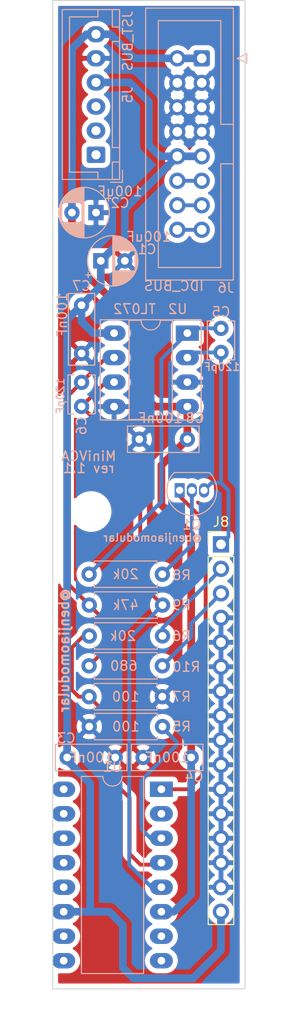
<source format=kicad_pcb>
(kicad_pcb (version 20171130) (host pcbnew 5.1.9+dfsg1-1~bpo10+1)
  (layers (0 F.Cu signal) (31 B.Cu signal) (34 B.Paste user) (35 F.Paste user) (36 B.SilkS user) (37 F.SilkS user) (38 B.Mask user) (39 F.Mask user) (44 Edge.Cuts user))
  (net 0 "")
  (net 1 -12V)
  (net 2 "Net-(C5-Pad1)")
  (net 3 "Net-(C6-Pad2)")
  (net 4 "Net-(J6-Pad11)")
  (net 5 "Net-(J6-Pad13)")
  (net 6 "Net-(J6-Pad15)")
  (net 7 "Net-(Q1-Pad2)")
  (net 8 "Net-(Q1-Pad1)")
  (net 9 "Net-(R5-Pad2)")
  (net 10 GND2)
  (net 11 B2_1)
  (net 12 B2_3)
  (net 13 B2_2)
  (net 14 B2_12V)
  (net 15 "Net-(C6-Pad1)")
  (net 16 "Net-(R6-Pad1)")
  (module Resistor_THT:R_Axial_DIN0207_L6.3mm_D2.5mm_P7.62mm_Horizontal (layer B.Cu) (at 105.4 122 180)
    (fp_text reference R10 (at -2.5 -0.1) (layer B.SilkS) (effects (justify mirror)))
    (fp_text value 680 (at 4 0) (layer B.SilkS) (effects (justify mirror)))
    (pad 2 thru_hole oval (at 7.62 0 180) (size 1.6 1.6) (drill 0.8) (layers *.Cu *.Mask) (net 15 "Net-(C6-Pad1)"))
    (pad 1 thru_hole circle (at 0 0 180) (size 1.6 1.6) (drill 0.8) (layers *.Cu *.Mask) (net 12 B2_3))
  )
  (module Resistor_THT:R_Axial_DIN0207_L6.3mm_D2.5mm_P7.62mm_Horizontal (layer B.Cu) (at 97.8 128.3)
    (fp_text reference R5 (at 9.6 0) (layer B.SilkS) (effects (justify mirror)))
    (fp_text value 100 (at 3.81 0) (layer B.SilkS) (effects (justify mirror)))
    (pad 2 thru_hole oval (at 7.62 0) (size 1.6 1.6) (drill 0.8) (layers *.Cu *.Mask) (net 9 "Net-(R5-Pad2)"))
    (pad 1 thru_hole circle (at 0 0) (size 1.6 1.6) (drill 0.8) (layers *.Cu *.Mask) (net 10 GND2))
  )
  (module Capacitor_THT:C_Disc_D3.8mm_W2.6mm_P2.50mm (layer B.Cu) (at 97 92.6 270)
    (fp_text reference C6 (at 4.5 0 90) (layer B.SilkS) (effects (justify mirror)))
    (fp_text value 120pF (at 1.4 2.2 90) (layer B.SilkS) (effects (font (size 0.8 0.8) (thickness 0.13)) (justify mirror)))
    (pad 1 thru_hole circle (at 0 0 270) (size 1.6 1.6) (drill 0.8) (layers *.Cu *.Mask) (net 15 "Net-(C6-Pad1)"))
    (pad 2 thru_hole circle (at 2.5 0 270) (size 1.6 1.6) (drill 0.8) (layers *.Cu *.Mask) (net 3 "Net-(C6-Pad2)"))
  )
  (module Package_DIP:DIP-8_W7.62mm_Socket_LongPads (layer B.Cu) (at 108 87.5 180)
    (fp_text reference U2 (at 1 2.5 180) (layer B.SilkS) (effects (justify mirror)))
    (fp_text value TL072 (at 5.5 2.5) (layer B.SilkS) (effects (justify mirror)))
    (pad 1 thru_hole rect (at 0 0 180) (size 2.4 1.6) (drill 0.8) (layers *.Cu *.Mask) (net 2 "Net-(C5-Pad1)"))
    (pad 5 thru_hole oval (at 7.62 -7.62 180) (size 2.4 1.6) (drill 0.8) (layers *.Cu *.Mask) (net 10 GND2))
    (pad 2 thru_hole oval (at 0 -2.54 180) (size 2.4 1.6) (drill 0.8) (layers *.Cu *.Mask) (net 11 B2_1))
    (pad 6 thru_hole oval (at 7.62 -5.08 180) (size 2.4 1.6) (drill 0.8) (layers *.Cu *.Mask) (net 3 "Net-(C6-Pad2)"))
    (pad 3 thru_hole oval (at 0 -5.08 180) (size 2.4 1.6) (drill 0.8) (layers *.Cu *.Mask) (net 10 GND2))
    (pad 7 thru_hole oval (at 7.62 -2.54 180) (size 2.4 1.6) (drill 0.8) (layers *.Cu *.Mask) (net 15 "Net-(C6-Pad1)"))
    (pad 4 thru_hole oval (at 0 -7.62 180) (size 2.4 1.6) (drill 0.8) (layers *.Cu *.Mask) (net 1 -12V))
    (pad 8 thru_hole oval (at 7.62 0 180) (size 2.4 1.6) (drill 0.8) (layers *.Cu *.Mask) (net 14 B2_12V))
  )
  (module MountingHole:MountingHole_3.2mm_M3 (layer F.Cu) (at 98 106)
    (fp_text reference REF** hide)
    (fp_text value MountingHole_3.2mm_M3)
    (pad 1 np_thru_hole circle (at 0 0) (size 3.2 3.2) (drill 3.2) (layers *.Cu *.Mask))
  )
  (module Capacitor_THT:CP_Radial_D5.0mm_P2.50mm (layer B.Cu) (at 99 80)
    (fp_text reference C1 (at 4.8 -1.2) (layer B.SilkS) (effects (justify mirror)))
    (fp_text value 100uF (at 5 -2.5) (layer B.SilkS) (effects (justify mirror)))
    (pad 2 thru_hole circle (at 2.5 0) (size 1.6 1.6) (drill 0.8) (layers *.Cu *.Mask) (net 10 GND2))
    (pad 1 thru_hole rect (at 0 0) (size 1.6 1.6) (drill 0.8) (layers *.Cu *.Mask) (net 14 B2_12V))
  )
  (module Capacitor_THT:CP_Radial_D5.0mm_P2.50mm (layer B.Cu) (at 98.5 75 180)
    (fp_text reference C2 (at -2.5 1) (layer B.SilkS) (effects (justify mirror)))
    (fp_text value 100uF (at -2.5 2.2) (layer B.SilkS) (effects (justify mirror)))
    (pad 1 thru_hole rect (at 0 0 180) (size 1.6 1.6) (drill 0.8) (layers *.Cu *.Mask) (net 10 GND2))
    (pad 2 thru_hole circle (at 2.5 0 180) (size 1.6 1.6) (drill 0.8) (layers *.Cu *.Mask) (net 1 -12V))
  )
  (module Capacitor_THT:C_Rect_L7.2mm_W2.5mm_P5.00mm_FKS2_FKP2_MKS2_MKP2 (layer B.Cu) (at 100.5 131.5 180)
    (fp_text reference C3 (at 5.1 2) (layer B.SilkS) (effects (justify mirror)))
    (fp_text value 100nF (at 2.5 0) (layer B.SilkS) (effects (justify mirror)))
    (pad 1 thru_hole circle (at 0 0 180) (size 1.6 1.6) (drill 0.8) (layers *.Cu *.Mask) (net 10 GND2))
    (pad 2 thru_hole circle (at 5 0 180) (size 1.6 1.6) (drill 0.8) (layers *.Cu *.Mask) (net 14 B2_12V))
  )
  (module Capacitor_THT:C_Rect_L7.2mm_W2.5mm_P5.00mm_FKS2_FKP2_MKS2_MKP2 (layer B.Cu) (at 103.4 131.5)
    (fp_text reference C4 (at 5.3 2) (layer B.SilkS) (effects (justify mirror)))
    (fp_text value 100nF (at 2.5 0) (layer B.SilkS) (effects (justify mirror)))
    (pad 2 thru_hole circle (at 5 0) (size 1.6 1.6) (drill 0.8) (layers *.Cu *.Mask) (net 1 -12V))
    (pad 1 thru_hole circle (at 0 0) (size 1.6 1.6) (drill 0.8) (layers *.Cu *.Mask) (net 10 GND2))
  )
  (module Capacitor_THT:C_Disc_D3.8mm_W2.6mm_P2.50mm (layer B.Cu) (at 111.5 87 270)
    (fp_text reference C5 (at -1.7 0 180) (layer B.SilkS) (effects (justify mirror)))
    (fp_text value 120pF (at 4 -0.1) (layer B.SilkS) (effects (font (size 0.8 0.8)) (justify mirror)))
    (pad 2 thru_hole circle (at 2.5 0 270) (size 1.6 1.6) (drill 0.8) (layers *.Cu *.Mask) (net 11 B2_1))
    (pad 1 thru_hole circle (at 0 0 270) (size 1.6 1.6) (drill 0.8) (layers *.Cu *.Mask) (net 2 "Net-(C5-Pad1)"))
  )
  (module Capacitor_THT:C_Rect_L7.2mm_W2.5mm_P5.00mm_FKS2_FKP2_MKS2_MKP2 (layer B.Cu) (at 97 89.6 90)
    (fp_text reference C7 (at 7 0 180) (layer B.SilkS) (effects (justify mirror)))
    (fp_text value 100nF (at 4 -2 270) (layer B.SilkS) (effects (justify mirror)))
    (pad 2 thru_hole circle (at 5 0 90) (size 1.6 1.6) (drill 0.8) (layers *.Cu *.Mask) (net 14 B2_12V))
    (pad 1 thru_hole circle (at 0 0 90) (size 1.6 1.6) (drill 0.8) (layers *.Cu *.Mask) (net 10 GND2))
  )
  (module Capacitor_THT:C_Rect_L7.2mm_W2.5mm_P5.00mm_FKS2_FKP2_MKS2_MKP2 (layer B.Cu) (at 103 98.5)
    (fp_text reference C8 (at 5.8 -2.2) (layer B.SilkS) (effects (justify mirror)))
    (fp_text value 100nF (at 2.2 -2.2) (layer B.SilkS) (effects (justify mirror)))
    (pad 1 thru_hole circle (at 0 0) (size 1.6 1.6) (drill 0.8) (layers *.Cu *.Mask) (net 10 GND2))
    (pad 2 thru_hole circle (at 5 0) (size 1.6 1.6) (drill 0.8) (layers *.Cu *.Mask) (net 1 -12V))
  )
  (module Connector_JST:JST_XH_B6B-XH-A_1x06_P2.50mm_Vertical (layer B.Cu) (at 98.5 69 90)
    (fp_text reference J5 (at 6.2 3.3 90) (layer B.SilkS) (effects (justify mirror)))
    (fp_text value JST_BUS (at 11.8 3.3 90) (layer B.SilkS) (effects (justify mirror)))
    (pad 1 thru_hole roundrect (at 0 0 90) (size 1.7 1.95) (drill 0.95) (layers *.Cu *.Mask) (roundrect_rratio 0.1470588235294118))
    (pad 2 thru_hole oval (at 2.5 0 90) (size 1.7 1.95) (drill 0.95) (layers *.Cu *.Mask))
    (pad 3 thru_hole oval (at 5 0 90) (size 1.7 1.95) (drill 0.95) (layers *.Cu *.Mask))
    (pad 4 thru_hole oval (at 7.5 0 90) (size 1.7 1.95) (drill 0.95) (layers *.Cu *.Mask) (net 14 B2_12V))
    (pad 5 thru_hole oval (at 10 0 90) (size 1.7 1.95) (drill 0.95) (layers *.Cu *.Mask) (net 10 GND2))
    (pad 6 thru_hole oval (at 12.5 0 90) (size 1.7 1.95) (drill 0.95) (layers *.Cu *.Mask) (net 1 -12V))
  )
  (module Connector_IDC:IDC-Header_2x08_P2.54mm_Vertical (layer B.Cu) (at 109.5 59 180)
    (fp_text reference J6 (at -2.5 -23.8) (layer B.SilkS) (effects (justify mirror)))
    (fp_text value IDC_BUS (at 2.9 -23.6) (layer B.SilkS) (effects (justify mirror)))
    (pad 1 thru_hole roundrect (at 0 0 180) (size 1.7 1.7) (drill 1) (layers *.Cu *.Mask) (roundrect_rratio 0.1470588235294118) (net 1 -12V))
    (pad 3 thru_hole circle (at 0 -2.54 180) (size 1.7 1.7) (drill 1) (layers *.Cu *.Mask) (net 10 GND2))
    (pad 5 thru_hole circle (at 0 -5.08 180) (size 1.7 1.7) (drill 1) (layers *.Cu *.Mask) (net 10 GND2))
    (pad 7 thru_hole circle (at 0 -7.62 180) (size 1.7 1.7) (drill 1) (layers *.Cu *.Mask) (net 10 GND2))
    (pad 9 thru_hole circle (at 0 -10.16 180) (size 1.7 1.7) (drill 1) (layers *.Cu *.Mask) (net 14 B2_12V))
    (pad 11 thru_hole circle (at 0 -12.7 180) (size 1.7 1.7) (drill 1) (layers *.Cu *.Mask) (net 4 "Net-(J6-Pad11)"))
    (pad 13 thru_hole circle (at 0 -15.24 180) (size 1.7 1.7) (drill 1) (layers *.Cu *.Mask) (net 5 "Net-(J6-Pad13)"))
    (pad 15 thru_hole circle (at 0 -17.78 180) (size 1.7 1.7) (drill 1) (layers *.Cu *.Mask) (net 6 "Net-(J6-Pad15)"))
    (pad 2 thru_hole circle (at 2.54 0 180) (size 1.7 1.7) (drill 1) (layers *.Cu *.Mask) (net 1 -12V))
    (pad 4 thru_hole circle (at 2.54 -2.54 180) (size 1.7 1.7) (drill 1) (layers *.Cu *.Mask) (net 10 GND2))
    (pad 6 thru_hole circle (at 2.54 -5.08 180) (size 1.7 1.7) (drill 1) (layers *.Cu *.Mask) (net 10 GND2))
    (pad 8 thru_hole circle (at 2.54 -7.62 180) (size 1.7 1.7) (drill 1) (layers *.Cu *.Mask) (net 10 GND2))
    (pad 10 thru_hole circle (at 2.54 -10.16 180) (size 1.7 1.7) (drill 1) (layers *.Cu *.Mask) (net 14 B2_12V))
    (pad 12 thru_hole circle (at 2.54 -12.7 180) (size 1.7 1.7) (drill 1) (layers *.Cu *.Mask) (net 4 "Net-(J6-Pad11)"))
    (pad 14 thru_hole circle (at 2.54 -15.24 180) (size 1.7 1.7) (drill 1) (layers *.Cu *.Mask) (net 5 "Net-(J6-Pad13)"))
    (pad 16 thru_hole circle (at 2.54 -17.78 180) (size 1.7 1.7) (drill 1) (layers *.Cu *.Mask) (net 6 "Net-(J6-Pad15)"))
  )
  (module Resistor_THT:R_Axial_DIN0207_L6.3mm_D2.5mm_P7.62mm_Horizontal (layer B.Cu) (at 97.8 118.9)
    (fp_text reference R6 (at 9.6 0) (layer B.SilkS) (effects (justify mirror)))
    (fp_text value 20k (at 3.5 0) (layer B.SilkS) (effects (justify mirror)))
    (pad 2 thru_hole oval (at 7.62 0) (size 1.6 1.6) (drill 0.8) (layers *.Cu *.Mask) (net 13 B2_2))
    (pad 1 thru_hole circle (at 0 0) (size 1.6 1.6) (drill 0.8) (layers *.Cu *.Mask) (net 16 "Net-(R6-Pad1)"))
  )
  (module Resistor_THT:R_Axial_DIN0207_L6.3mm_D2.5mm_P7.62mm_Horizontal (layer B.Cu) (at 105.4 125.2 180)
    (fp_text reference R7 (at -2 0) (layer B.SilkS) (effects (justify mirror)))
    (fp_text value 100 (at 3.81 0) (layer B.SilkS) (effects (justify mirror)))
    (pad 2 thru_hole oval (at 7.62 0 180) (size 1.6 1.6) (drill 0.8) (layers *.Cu *.Mask) (net 16 "Net-(R6-Pad1)"))
    (pad 1 thru_hole circle (at 0 0 180) (size 1.6 1.6) (drill 0.8) (layers *.Cu *.Mask) (net 10 GND2))
  )
  (module Resistor_THT:R_Axial_DIN0207_L6.3mm_D2.5mm_P7.62mm_Horizontal (layer B.Cu) (at 105.4 112.5 180)
    (fp_text reference R8 (at -2 -0.1) (layer B.SilkS) (effects (justify mirror)))
    (fp_text value 20k (at 3.81 0) (layer B.SilkS) (effects (justify mirror)))
    (pad 1 thru_hole circle (at 0 0 180) (size 1.6 1.6) (drill 0.8) (layers *.Cu *.Mask) (net 7 "Net-(Q1-Pad2)"))
    (pad 2 thru_hole oval (at 7.62 0 180) (size 1.6 1.6) (drill 0.8) (layers *.Cu *.Mask) (net 2 "Net-(C5-Pad1)"))
  )
  (module Resistor_THT:R_Axial_DIN0207_L6.3mm_D2.5mm_P7.62mm_Horizontal (layer B.Cu) (at 97.8 115.7)
    (fp_text reference R9 (at 9.6 0 180) (layer B.SilkS) (effects (justify mirror)))
    (fp_text value 47k (at 3.8 0) (layer B.SilkS) (effects (justify mirror)))
    (pad 1 thru_hole circle (at 0 0) (size 1.6 1.6) (drill 0.8) (layers *.Cu *.Mask) (net 15 "Net-(C6-Pad1)"))
    (pad 2 thru_hole oval (at 7.62 0) (size 1.6 1.6) (drill 0.8) (layers *.Cu *.Mask) (net 3 "Net-(C6-Pad2)"))
  )
  (module Connector_PinHeader_2.54mm:PinHeader_1x16_P2.54mm_Vertical (layer F.Cu) (at 111.5 109.4)
    (fp_text reference J8 (at 0 -2.33) (layer F.SilkS))
    (fp_text value BOARD2_HEADERS)
    (pad 1 thru_hole rect (at 0 0) (size 1.7 1.7) (drill 1) (layers *.Cu *.Mask) (net 11 B2_1))
    (pad 2 thru_hole oval (at 0 2.54) (size 1.7 1.7) (drill 1) (layers *.Cu *.Mask) (net 13 B2_2))
    (pad 3 thru_hole oval (at 0 5.08) (size 1.7 1.7) (drill 1) (layers *.Cu *.Mask) (net 12 B2_3))
    (pad 4 thru_hole oval (at 0 7.62) (size 1.7 1.7) (drill 1) (layers *.Cu *.Mask) (net 10 GND2))
    (pad 5 thru_hole oval (at 0 10.16) (size 1.7 1.7) (drill 1) (layers *.Cu *.Mask) (net 10 GND2))
    (pad 6 thru_hole oval (at 0 12.7) (size 1.7 1.7) (drill 1) (layers *.Cu *.Mask) (net 10 GND2))
    (pad 7 thru_hole oval (at 0 15.24) (size 1.7 1.7) (drill 1) (layers *.Cu *.Mask) (net 10 GND2))
    (pad 8 thru_hole oval (at 0 17.78) (size 1.7 1.7) (drill 1) (layers *.Cu *.Mask) (net 10 GND2))
    (pad 9 thru_hole oval (at 0 20.32) (size 1.7 1.7) (drill 1) (layers *.Cu *.Mask) (net 10 GND2))
    (pad 10 thru_hole oval (at 0 22.86) (size 1.7 1.7) (drill 1) (layers *.Cu *.Mask) (net 10 GND2))
    (pad 11 thru_hole oval (at 0 25.4) (size 1.7 1.7) (drill 1) (layers *.Cu *.Mask) (net 10 GND2))
    (pad 12 thru_hole oval (at 0 27.94) (size 1.7 1.7) (drill 1) (layers *.Cu *.Mask) (net 10 GND2))
    (pad 13 thru_hole oval (at 0 30.48) (size 1.7 1.7) (drill 1) (layers *.Cu *.Mask) (net 10 GND2))
    (pad 14 thru_hole oval (at 0 33.02) (size 1.7 1.7) (drill 1) (layers *.Cu *.Mask) (net 10 GND2))
    (pad 15 thru_hole oval (at 0 35.56) (size 1.7 1.7) (drill 1) (layers *.Cu *.Mask) (net 10 GND2))
    (pad 16 thru_hole oval (at 0 38.1) (size 1.7 1.7) (drill 1) (layers *.Cu *.Mask) (net 14 B2_12V))
  )
  (module Package_TO_SOT_THT:TO-92_Inline (layer B.Cu) (at 107.2 103.8)
    (fp_text reference Q1 (at 1.27 3.56) (layer B.SilkS) (effects (justify mirror)))
    (fp_text value BC559)
    (pad 2 thru_hole oval (at 1.27 0) (size 1.05 1.5) (drill 0.75) (layers *.Cu *.Mask) (net 7 "Net-(Q1-Pad2)"))
    (pad 3 thru_hole oval (at 2.54 0) (size 1.05 1.5) (drill 0.75) (layers *.Cu *.Mask) (net 11 B2_1))
    (pad 1 thru_hole rect (at 0 0) (size 1.05 1.5) (drill 0.75) (layers *.Cu *.Mask) (net 8 "Net-(Q1-Pad1)"))
  )
  (module Package_DIP:DIP-16_W10.16mm_LongPads (layer B.Cu) (at 105.3 134.8 180)
    (fp_text reference U1 (at 5.08 2.33) (layer B.SilkS) (effects (justify mirror)))
    (fp_text value LM13700)
    (pad 1 thru_hole rect (at 0 0 180) (size 2.4 1.6) (drill 0.8) (layers *.Cu *.Mask) (net 8 "Net-(Q1-Pad1)"))
    (pad 9 thru_hole oval (at 10.16 -17.78 180) (size 2.4 1.6) (drill 0.8) (layers *.Cu *.Mask))
    (pad 2 thru_hole oval (at 0 -2.54 180) (size 2.4 1.6) (drill 0.8) (layers *.Cu *.Mask))
    (pad 10 thru_hole oval (at 10.16 -15.24 180) (size 2.4 1.6) (drill 0.8) (layers *.Cu *.Mask))
    (pad 3 thru_hole oval (at 0 -5.08 180) (size 2.4 1.6) (drill 0.8) (layers *.Cu *.Mask) (net 9 "Net-(R5-Pad2)"))
    (pad 11 thru_hole oval (at 10.16 -12.7 180) (size 2.4 1.6) (drill 0.8) (layers *.Cu *.Mask) (net 14 B2_12V))
    (pad 4 thru_hole oval (at 0 -7.62 180) (size 2.4 1.6) (drill 0.8) (layers *.Cu *.Mask) (net 16 "Net-(R6-Pad1)"))
    (pad 12 thru_hole oval (at 10.16 -10.16 180) (size 2.4 1.6) (drill 0.8) (layers *.Cu *.Mask))
    (pad 5 thru_hole oval (at 0 -10.16 180) (size 2.4 1.6) (drill 0.8) (layers *.Cu *.Mask) (net 3 "Net-(C6-Pad2)"))
    (pad 13 thru_hole oval (at 10.16 -7.62 180) (size 2.4 1.6) (drill 0.8) (layers *.Cu *.Mask))
    (pad 6 thru_hole oval (at 0 -12.7 180) (size 2.4 1.6) (drill 0.8) (layers *.Cu *.Mask) (net 1 -12V))
    (pad 14 thru_hole oval (at 10.16 -5.08 180) (size 2.4 1.6) (drill 0.8) (layers *.Cu *.Mask))
    (pad 7 thru_hole oval (at 0 -15.24 180) (size 2.4 1.6) (drill 0.8) (layers *.Cu *.Mask))
    (pad 15 thru_hole oval (at 10.16 -2.54 180) (size 2.4 1.6) (drill 0.8) (layers *.Cu *.Mask))
    (pad 8 thru_hole oval (at 0 -17.78 180) (size 2.4 1.6) (drill 0.8) (layers *.Cu *.Mask))
    (pad 16 thru_hole oval (at 10.16 0 180) (size 2.4 1.6) (drill 0.8) (layers *.Cu *.Mask))
  )
  (gr_text @benjiaomodular (at 104.4 108.7) (layer B.SilkS) (effects (font (size 0.8 0.8)) (justify mirror)))
  (gr_text @benjiaomodular (at 95.2 120.4 90) (layer B.SilkS) (effects (font (size 1 1) (thickness 0.2)) (justify mirror)))
  (gr_text MiniVCA (at 97.75 100.25) (layer B.SilkS) (effects (font (size 1 1)) (justify mirror)))
  (gr_text "rev 1.1" (at 97.75 101.5) (layer B.SilkS) (effects (font (size 1 1)) (justify mirror)))
  (gr_line (start 94 130) (end 94 155.5) (layer Edge.Cuts) (width 0.1))
  (gr_line (start 94 76) (end 94 130) (layer Edge.Cuts) (width 0.1))
  (gr_line (start 94 53) (end 94 76) (layer Edge.Cuts) (width 0.1))
  (gr_line (start 114 155.5) (end 114 53) (layer Edge.Cuts) (width 0.1))
  (gr_line (start 94 155.5) (end 114 155.5) (layer Edge.Cuts) (width 0.1))
  (gr_line (start 94 53) (end 114 53) (layer Edge.Cuts) (width 0.1))
  (segment (start 98.5 56.5) (end 97.5 56.5) (width 0.8) (layer B.Cu) (net 1))
  (segment (start 96 58) (end 96 75) (width 0.8) (layer B.Cu) (net 1))
  (segment (start 97.5 56.5) (end 96 58) (width 0.8) (layer B.Cu) (net 1))
  (segment (start 109.5 59) (end 106.96 59) (width 0.8) (layer B.Cu) (net 1))
  (segment (start 100 56.5) (end 98.5 56.5) (width 0.8) (layer B.Cu) (net 1))
  (segment (start 106.96 59) (end 102.5 59) (width 0.8) (layer B.Cu) (net 1))
  (segment (start 102.5 59) (end 100 56.5) (width 0.8) (layer B.Cu) (net 1))
  (segment (start 108.4 131.5) (end 108.5 131.4) (width 0.4) (layer F.Cu) (net 1))
  (segment (start 108 95.12) (end 108 98.5) (width 0.8) (layer F.Cu) (net 1))
  (segment (start 96 79.9) (end 96 75) (width 0.8) (layer F.Cu) (net 1))
  (segment (start 102.9 86.8) (end 96 79.9) (width 0.8) (layer F.Cu) (net 1))
  (segment (start 102.9 93.4) (end 102.9 86.8) (width 0.8) (layer F.Cu) (net 1))
  (segment (start 108 95.12) (end 104.62 95.12) (width 0.8) (layer F.Cu) (net 1))
  (segment (start 104.62 95.12) (end 102.9 93.4) (width 0.8) (layer F.Cu) (net 1))
  (segment (start 108.4 108.4) (end 108.4 131.5) (width 0.8) (layer F.Cu) (net 1))
  (segment (start 105.3 105.3) (end 108.4 108.4) (width 0.8) (layer F.Cu) (net 1))
  (segment (start 108 98.5) (end 105.3 101.2) (width 0.8) (layer F.Cu) (net 1))
  (segment (start 105.3 101.2) (end 105.3 105.3) (width 0.8) (layer F.Cu) (net 1))
  (segment (start 108.4 145.7) (end 108.4 131.5) (width 0.8) (layer B.Cu) (net 1))
  (segment (start 105.3 147.5) (end 106.6 147.5) (width 0.8) (layer B.Cu) (net 1))
  (segment (start 106.6 147.5) (end 108.4 145.7) (width 0.8) (layer B.Cu) (net 1))
  (segment (start 108.5 87) (end 108 87.5) (width 0.4) (layer B.Cu) (net 2))
  (segment (start 111.5 87) (end 108.5 87) (width 0.4) (layer B.Cu) (net 2))
  (segment (start 105.3 104.98) (end 97.78 112.5) (width 0.4) (layer B.Cu) (net 2))
  (segment (start 108 87.5) (end 105.3 90.2) (width 0.4) (layer B.Cu) (net 2))
  (segment (start 105.3 90.2) (end 105.3 104.98) (width 0.4) (layer B.Cu) (net 2))
  (segment (start 99.52 92.58) (end 97 95.1) (width 0.4) (layer F.Cu) (net 3))
  (segment (start 100.38 92.58) (end 99.52 92.58) (width 0.4) (layer F.Cu) (net 3))
  (segment (start 103.1 113.38) (end 105.42 115.7) (width 0.4) (layer F.Cu) (net 3))
  (segment (start 97 95.1) (end 103.1 101.2) (width 0.4) (layer F.Cu) (net 3))
  (segment (start 103.1 101.2) (end 103.1 113.38) (width 0.4) (layer F.Cu) (net 3))
  (segment (start 104.48 145.16) (end 106 145.16) (width 0.4) (layer B.Cu) (net 3))
  (segment (start 101.959991 142.639991) (end 104.48 145.16) (width 0.4) (layer B.Cu) (net 3))
  (segment (start 105.42 115.7) (end 101.959991 119.160009) (width 0.4) (layer B.Cu) (net 3))
  (segment (start 101.959991 119.160009) (end 101.959991 142.639991) (width 0.4) (layer B.Cu) (net 3))
  (segment (start 106.96 71.7) (end 109.5 71.7) (width 0.4) (layer B.Cu) (net 4))
  (segment (start 106.96 74.24) (end 109.5 74.24) (width 0.4) (layer B.Cu) (net 5))
  (segment (start 109.5 76.78) (end 106.96 76.78) (width 0.4) (layer B.Cu) (net 6))
  (segment (start 108.47 109.43) (end 105.4 112.5) (width 0.4) (layer B.Cu) (net 7))
  (segment (start 108.47 103.8) (end 108.47 109.43) (width 0.4) (layer B.Cu) (net 7))
  (segment (start 107.2 104.399998) (end 107.2 103.8) (width 0.4) (layer F.Cu) (net 8))
  (segment (start 109.9 133) (end 109.9 107.099998) (width 0.4) (layer F.Cu) (net 8))
  (segment (start 109.9 107.099998) (end 107.2 104.399998) (width 0.4) (layer F.Cu) (net 8))
  (segment (start 105.3 134.8) (end 108.1 134.8) (width 0.4) (layer F.Cu) (net 8))
  (segment (start 108.1 134.8) (end 109.9 133) (width 0.4) (layer F.Cu) (net 8))
  (segment (start 105.42 128.42) (end 105.42 128.3) (width 0.4) (layer B.Cu) (net 9))
  (segment (start 106.9 129.9) (end 105.42 128.42) (width 0.4) (layer B.Cu) (net 9))
  (segment (start 104.38 140.08) (end 103.24001 138.94001) (width 0.4) (layer B.Cu) (net 9))
  (segment (start 103.2 133.899999) (end 106.9 130.2) (width 0.4) (layer B.Cu) (net 9))
  (segment (start 103.24001 138.94001) (end 103.24001 138.54001) (width 0.4) (layer B.Cu) (net 9))
  (segment (start 103.24001 138.54001) (end 103.2 138.5) (width 0.4) (layer B.Cu) (net 9))
  (segment (start 106.9 130.2) (end 106.9 129.9) (width 0.4) (layer B.Cu) (net 9))
  (segment (start 106 140.08) (end 104.38 140.08) (width 0.4) (layer B.Cu) (net 9))
  (segment (start 103.2 138.5) (end 103.2 133.899999) (width 0.4) (layer B.Cu) (net 9))
  (segment (start 108.54 89.5) (end 108 90.04) (width 0.4) (layer B.Cu) (net 11))
  (segment (start 111.5 89.5) (end 108.54 89.5) (width 0.4) (layer B.Cu) (net 11))
  (segment (start 111.5 103.02) (end 112.28 103.8) (width 0.4) (layer B.Cu) (net 11))
  (segment (start 111.5 89.5) (end 111.5 103.02) (width 0.4) (layer B.Cu) (net 11))
  (segment (start 112.28 108.62) (end 111.5 109.4) (width 0.4) (layer B.Cu) (net 11))
  (segment (start 112.28 103.8) (end 112.28 108.62) (width 0.4) (layer B.Cu) (net 11))
  (segment (start 110.52 103.02) (end 109.74 103.8) (width 0.4) (layer B.Cu) (net 11))
  (segment (start 111.5 103.02) (end 110.52 103.02) (width 0.4) (layer B.Cu) (net 11))
  (segment (start 108.4 119) (end 105.4 122) (width 0.4) (layer B.Cu) (net 12))
  (segment (start 111.5 114.48) (end 111.5 114.5) (width 0.4) (layer B.Cu) (net 12))
  (segment (start 108.4 117.6) (end 108.4 119) (width 0.4) (layer B.Cu) (net 12))
  (segment (start 111.5 114.5) (end 108.4 117.6) (width 0.4) (layer B.Cu) (net 12))
  (segment (start 111.5 112) (end 111.5 111.94) (width 0.4) (layer B.Cu) (net 13))
  (segment (start 105.42 118.9) (end 105.42 118.08) (width 0.4) (layer B.Cu) (net 13))
  (segment (start 105.42 118.08) (end 111.5 112) (width 0.4) (layer B.Cu) (net 13))
  (segment (start 109.5 69.16) (end 106.96 69.16) (width 0.8) (layer B.Cu) (net 14))
  (segment (start 102 61.5) (end 98.5 61.5) (width 0.8) (layer B.Cu) (net 14))
  (segment (start 104 63.5) (end 102 61.5) (width 0.8) (layer B.Cu) (net 14))
  (segment (start 106.96 69.16) (end 105.16 69.16) (width 0.8) (layer B.Cu) (net 14))
  (segment (start 104 68) (end 104 63.5) (width 0.8) (layer B.Cu) (net 14))
  (segment (start 105.16 69.16) (end 104 68) (width 0.8) (layer B.Cu) (net 14))
  (segment (start 101.5 77.5) (end 99 80) (width 0.8) (layer B.Cu) (net 14))
  (segment (start 106.96 69.16) (end 101.5 74.62) (width 0.8) (layer B.Cu) (net 14))
  (segment (start 101.5 74.62) (end 101.5 77.5) (width 0.8) (layer B.Cu) (net 14))
  (segment (start 99 80) (end 99 82.6) (width 0.8) (layer B.Cu) (net 14))
  (segment (start 99 82.6) (end 97 84.6) (width 0.8) (layer B.Cu) (net 14))
  (segment (start 97 86.3) (end 97 84.6) (width 0.8) (layer B.Cu) (net 14))
  (segment (start 100.38 87.5) (end 98.2 87.5) (width 0.8) (layer B.Cu) (net 14))
  (segment (start 98.2 87.5) (end 97 86.3) (width 0.8) (layer B.Cu) (net 14))
  (segment (start 111.5 151.5) (end 111.5 147.5) (width 0.8) (layer B.Cu) (net 14))
  (segment (start 99.9 147.5) (end 101.3 148.9) (width 0.8) (layer B.Cu) (net 14))
  (segment (start 95.14 147.5) (end 99.9 147.5) (width 0.8) (layer B.Cu) (net 14))
  (segment (start 101.3 148.9) (end 101.3 153.3) (width 0.8) (layer B.Cu) (net 14))
  (segment (start 102.4 154.4) (end 108.6 154.4) (width 0.8) (layer B.Cu) (net 14))
  (segment (start 101.3 153.3) (end 102.4 154.4) (width 0.8) (layer B.Cu) (net 14))
  (segment (start 108.6 154.4) (end 111.5 151.5) (width 0.8) (layer B.Cu) (net 14))
  (segment (start 97.9 134.2) (end 97.9 147.5) (width 0.8) (layer B.Cu) (net 14))
  (segment (start 95.5 131.8) (end 97.9 134.2) (width 0.8) (layer B.Cu) (net 14))
  (segment (start 97 84.6) (end 95.5 86.1) (width 0.8) (layer B.Cu) (net 14))
  (segment (start 95.5 86.1) (end 95.5 131.8) (width 0.8) (layer B.Cu) (net 14))
  (segment (start 95.5 94.1) (end 97 92.6) (width 0.4) (layer F.Cu) (net 15))
  (segment (start 97.8 115.7) (end 95.5 113.4) (width 0.4) (layer F.Cu) (net 15))
  (segment (start 95.5 113.4) (end 95.5 94.1) (width 0.4) (layer F.Cu) (net 15))
  (segment (start 99.56 90.04) (end 100.38 90.04) (width 0.4) (layer F.Cu) (net 15))
  (segment (start 97 92.6) (end 99.56 90.04) (width 0.4) (layer F.Cu) (net 15))
  (segment (start 97.78 122) (end 100 119.78) (width 0.4) (layer F.Cu) (net 15))
  (segment (start 100 117.9) (end 97.8 115.7) (width 0.4) (layer F.Cu) (net 15))
  (segment (start 100 119.78) (end 100 117.9) (width 0.4) (layer F.Cu) (net 15))
  (segment (start 96 120.1) (end 97.2 118.9) (width 0.4) (layer F.Cu) (net 16))
  (segment (start 96 124.5) (end 96 120.1) (width 0.4) (layer F.Cu) (net 16))
  (segment (start 97.78 125.2) (end 96.7 125.2) (width 0.4) (layer F.Cu) (net 16))
  (segment (start 97.2 118.9) (end 97.8 118.9) (width 0.4) (layer F.Cu) (net 16))
  (segment (start 96.7 125.2) (end 96 124.5) (width 0.4) (layer F.Cu) (net 16))
  (segment (start 99.9 127.32) (end 97.78 125.2) (width 0.4) (layer F.Cu) (net 16))
  (segment (start 99.9 129) (end 99.9 127.32) (width 0.4) (layer F.Cu) (net 16))
  (segment (start 103.12 142.62) (end 102 141.5) (width 0.4) (layer F.Cu) (net 16))
  (segment (start 98.6 130.3) (end 99.9 129) (width 0.4) (layer F.Cu) (net 16))
  (segment (start 102 141.5) (end 102 135.7) (width 0.4) (layer F.Cu) (net 16))
  (segment (start 102 135.7) (end 98.6 132.3) (width 0.4) (layer F.Cu) (net 16))
  (segment (start 106 142.62) (end 103.12 142.62) (width 0.4) (layer F.Cu) (net 16))
  (segment (start 98.6 132.3) (end 98.6 130.3) (width 0.4) (layer F.Cu) (net 16))
  (zone (net 10) (net_name GND2) (layer F.Cu) (connect_pads (clearance 0.508)) (min_thickness 0.254) (fill yes (arc_segments 32) (thermal_gap 0.508) (thermal_bridge_width 0.508))
    (polygon (pts (xy 113.5 155) (xy 94.5 155) (xy 94.5 53.5) (xy 113.5 53.5)))
  )
  (zone (net 10) (net_name GND2) (layer B.Cu) (connect_pads (clearance 0.508)) (min_thickness 0.254) (fill yes (arc_segments 32) (thermal_gap 0.508) (thermal_bridge_width 0.508))
    (polygon (pts (xy 113.5 155) (xy 94.5 155) (xy 94.5 53.5) (xy 113.5 53.5)))
  )
)
</source>
